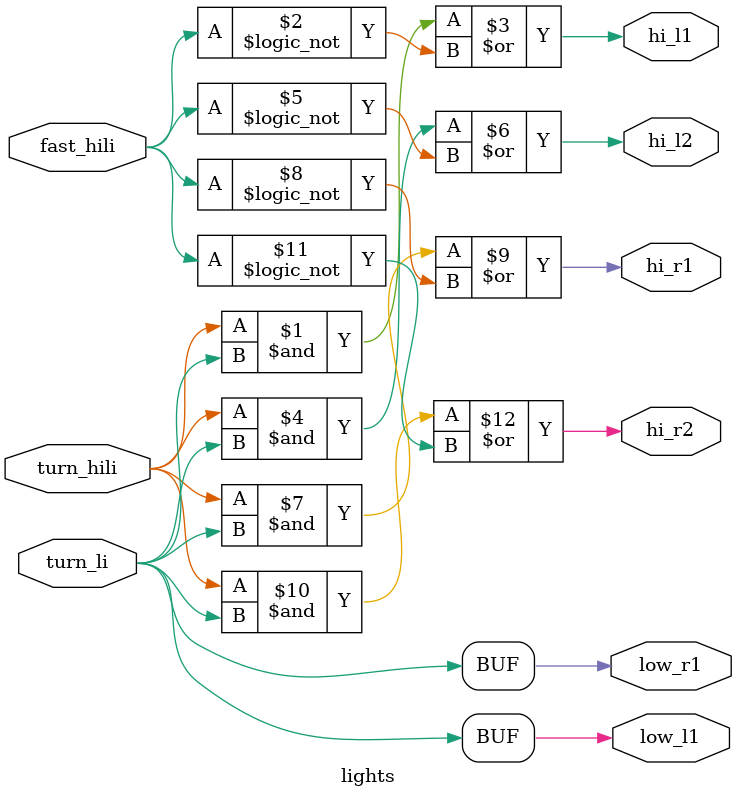
<source format=sv>
module lights(
    input turn_li,
    input turn_hili,
    input fast_hili,
    output hi_l1,
    output hi_l2,
    output hi_r1,
    output hi_r2,
    output low_l1,
    output low_r1
    );
    
    assign low_l1 = turn_li;
    assign low_r1 = turn_li;
    assign hi_l1 = (turn_hili & turn_li) | !fast_hili;
    assign hi_l2 = (turn_hili & turn_li) | !fast_hili;
    assign hi_r1 = (turn_hili & turn_li) | !fast_hili;
    assign hi_r2 = (turn_hili & turn_li) | !fast_hili;
    
endmodule

</source>
